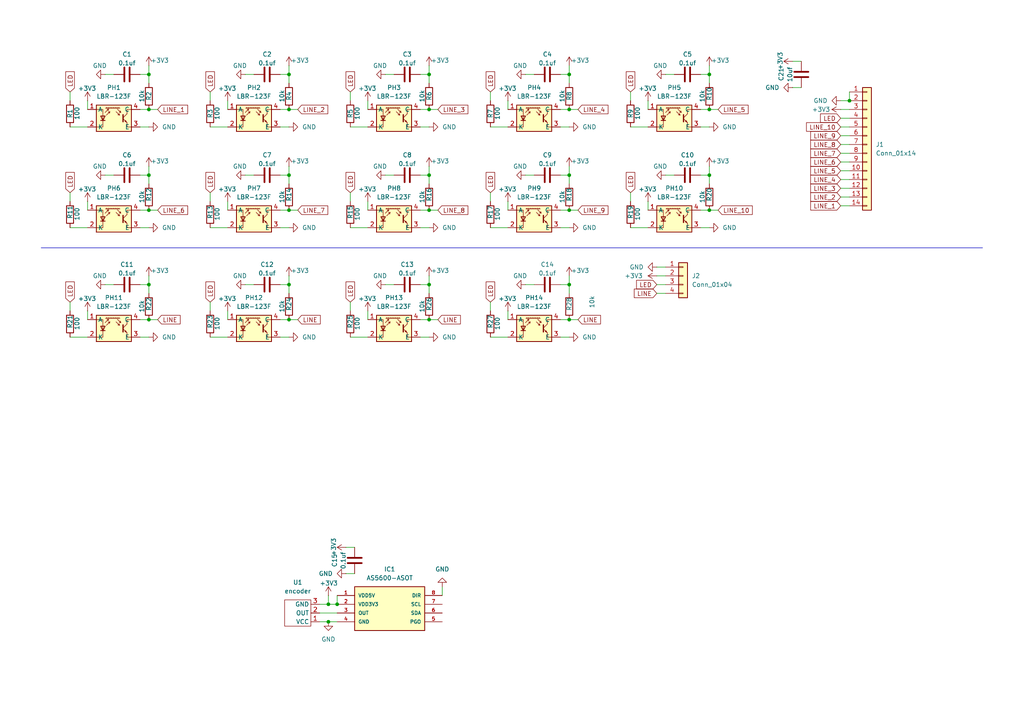
<source format=kicad_sch>
(kicad_sch (version 20231120) (generator "eeschema") (generator_version "8.0")
  (paper "A4")
  (junction (at 43.18 31.75))
  (junction (at 43.18 92.71))
  (junction (at 165.1 21.59))
  (junction (at 43.18 21.59))
  (junction (at 43.18 60.96))
  (junction (at 124.46 50.8))
  (junction (at 205.74 50.8))
  (junction (at 165.1 50.8))
  (junction (at 97.79 175.26))
  (junction (at 205.74 21.59))
  (junction (at 124.46 92.71))
  (junction (at 124.46 31.75))
  (junction (at 124.46 82.55))
  (junction (at 124.46 21.59))
  (junction (at 83.82 82.55))
  (junction (at 205.74 31.75))
  (junction (at 83.82 31.75))
  (junction (at 43.18 50.8))
  (junction (at 165.1 82.55))
  (junction (at 83.82 92.71))
  (junction (at 165.1 31.75))
  (junction (at 95.25 175.26))
  (junction (at 124.46 60.96))
  (junction (at 83.82 21.59))
  (junction (at 83.82 50.8))
  (junction (at 246.38 29.21))
  (junction (at 205.74 60.96))
  (junction (at 83.82 60.96))
  (junction (at 165.1 60.96))
  (junction (at 43.18 82.55))
  (junction (at 165.1 92.71))
  (junction (at 95.25 180.34))
  (wire (pts (xy 43.18 48.26) (xy 43.18 50.8)))
  (wire (pts (xy 106.68 58.42) (xy 106.68 60.96)))
  (wire (pts (xy 83.82 19.05) (xy 83.82 21.59)))
  (wire (pts (xy 165.1 21.59) (xy 165.1 24.13)))
  (wire (pts (xy 190.5 82.55) (xy 193.04 82.55)))
  (wire (pts (xy 40.64 36.83) (xy 43.18 36.83)))
  (wire (pts (xy 162.56 92.71) (xy 165.1 92.71)))
  (wire (pts (xy 101.6 55.88) (xy 101.6 58.42)))
  (wire (pts (xy 20.32 36.83) (xy 25.4 36.83)))
  (wire (pts (xy 66.04 58.42) (xy 66.04 60.96)))
  (wire (pts (xy 203.2 21.59) (xy 205.74 21.59)))
  (wire (pts (xy 40.64 92.71) (xy 43.18 92.71)))
  (wire (pts (xy 190.5 77.47) (xy 193.04 77.47)))
  (wire (pts (xy 81.28 21.59) (xy 83.82 21.59)))
  (wire (pts (xy 25.4 29.21) (xy 25.4 31.75)))
  (wire (pts (xy 121.92 66.04) (xy 124.46 66.04)))
  (wire (pts (xy 40.64 31.75) (xy 43.18 31.75)))
  (wire (pts (xy 121.92 60.96) (xy 124.46 60.96)))
  (wire (pts (xy 165.1 60.96) (xy 167.64 60.96)))
  (wire (pts (xy 60.96 26.67) (xy 60.96 29.21)))
  (wire (pts (xy 203.2 36.83) (xy 205.74 36.83)))
  (wire (pts (xy 20.32 97.79) (xy 25.4 97.79)))
  (wire (pts (xy 40.64 97.79) (xy 43.18 97.79)))
  (wire (pts (xy 81.28 92.71) (xy 83.82 92.71)))
  (wire (pts (xy 30.48 21.59) (xy 33.02 21.59)))
  (wire (pts (xy 106.68 90.17) (xy 106.68 92.71)))
  (wire (pts (xy 106.68 29.21) (xy 106.68 31.75)))
  (wire (pts (xy 20.32 26.67) (xy 20.32 29.21)))
  (wire (pts (xy 162.56 82.55) (xy 165.1 82.55)))
  (wire (pts (xy 83.82 80.01) (xy 83.82 82.55)))
  (wire (pts (xy 92.71 175.26) (xy 95.25 175.26)))
  (wire (pts (xy 246.38 26.67) (xy 246.38 29.21)))
  (wire (pts (xy 124.46 60.96) (xy 127 60.96)))
  (polyline (pts (xy 11.938 71.882) (xy 284.988 71.882)))
  (wire (pts (xy 147.32 58.42) (xy 147.32 60.96)))
  (wire (pts (xy 142.24 26.67) (xy 142.24 29.21)))
  (wire (pts (xy 124.46 31.75) (xy 127 31.75)))
  (wire (pts (xy 101.6 87.63) (xy 101.6 90.17)))
  (wire (pts (xy 165.1 19.05) (xy 165.1 21.59)))
  (wire (pts (xy 43.18 60.96) (xy 45.72 60.96)))
  (wire (pts (xy 95.25 175.26) (xy 97.79 175.26)))
  (wire (pts (xy 121.92 36.83) (xy 124.46 36.83)))
  (wire (pts (xy 165.1 50.8) (xy 165.1 53.34)))
  (wire (pts (xy 243.84 36.83) (xy 246.38 36.83)))
  (wire (pts (xy 60.96 66.04) (xy 66.04 66.04)))
  (wire (pts (xy 165.1 80.01) (xy 165.1 82.55)))
  (wire (pts (xy 162.56 97.79) (xy 165.1 97.79)))
  (wire (pts (xy 229.87 17.78) (xy 232.41 17.78)))
  (wire (pts (xy 71.12 82.55) (xy 73.66 82.55)))
  (wire (pts (xy 43.18 21.59) (xy 43.18 24.13)))
  (wire (pts (xy 20.32 55.88) (xy 20.32 58.42)))
  (wire (pts (xy 30.48 82.55) (xy 33.02 82.55)))
  (wire (pts (xy 40.64 60.96) (xy 43.18 60.96)))
  (wire (pts (xy 147.32 29.21) (xy 147.32 31.75)))
  (wire (pts (xy 121.92 82.55) (xy 124.46 82.55)))
  (wire (pts (xy 182.88 36.83) (xy 187.96 36.83)))
  (wire (pts (xy 83.82 48.26) (xy 83.82 50.8)))
  (wire (pts (xy 243.84 49.53) (xy 246.38 49.53)))
  (wire (pts (xy 165.1 92.71) (xy 167.64 92.71)))
  (wire (pts (xy 71.12 21.59) (xy 73.66 21.59)))
  (wire (pts (xy 83.82 50.8) (xy 83.82 53.34)))
  (wire (pts (xy 20.32 66.04) (xy 25.4 66.04)))
  (wire (pts (xy 83.82 82.55) (xy 83.82 85.09)))
  (wire (pts (xy 128.27 170.18) (xy 128.27 172.72)))
  (wire (pts (xy 205.74 60.96) (xy 208.28 60.96)))
  (wire (pts (xy 81.28 36.83) (xy 83.82 36.83)))
  (wire (pts (xy 187.96 29.21) (xy 187.96 31.75)))
  (wire (pts (xy 147.32 90.17) (xy 147.32 92.71)))
  (wire (pts (xy 243.84 39.37) (xy 246.38 39.37)))
  (wire (pts (xy 60.96 87.63) (xy 60.96 90.17)))
  (wire (pts (xy 124.46 80.01) (xy 124.46 82.55)))
  (wire (pts (xy 83.82 31.75) (xy 86.36 31.75)))
  (wire (pts (xy 124.46 82.55) (xy 124.46 85.09)))
  (wire (pts (xy 182.88 26.67) (xy 182.88 29.21)))
  (wire (pts (xy 162.56 36.83) (xy 165.1 36.83)))
  (wire (pts (xy 121.92 31.75) (xy 124.46 31.75)))
  (wire (pts (xy 20.32 87.63) (xy 20.32 90.17)))
  (wire (pts (xy 243.84 31.75) (xy 246.38 31.75)))
  (wire (pts (xy 66.04 29.21) (xy 66.04 31.75)))
  (wire (pts (xy 95.25 172.72) (xy 95.25 175.26)))
  (wire (pts (xy 124.46 48.26) (xy 124.46 50.8)))
  (wire (pts (xy 111.76 82.55) (xy 114.3 82.55)))
  (wire (pts (xy 142.24 97.79) (xy 147.32 97.79)))
  (wire (pts (xy 43.18 82.55) (xy 43.18 85.09)))
  (wire (pts (xy 124.46 19.05) (xy 124.46 21.59)))
  (wire (pts (xy 205.74 21.59) (xy 205.74 24.13)))
  (wire (pts (xy 81.28 60.96) (xy 83.82 60.96)))
  (wire (pts (xy 243.84 44.45) (xy 246.38 44.45)))
  (wire (pts (xy 40.64 82.55) (xy 43.18 82.55)))
  (wire (pts (xy 30.48 50.8) (xy 33.02 50.8)))
  (wire (pts (xy 182.88 55.88) (xy 182.88 58.42)))
  (wire (pts (xy 83.82 60.96) (xy 86.36 60.96)))
  (wire (pts (xy 243.84 41.91) (xy 246.38 41.91)))
  (wire (pts (xy 203.2 66.04) (xy 205.74 66.04)))
  (wire (pts (xy 203.2 50.8) (xy 205.74 50.8)))
  (wire (pts (xy 124.46 21.59) (xy 124.46 24.13)))
  (wire (pts (xy 243.84 54.61) (xy 246.38 54.61)))
  (wire (pts (xy 111.76 50.8) (xy 114.3 50.8)))
  (wire (pts (xy 81.28 50.8) (xy 83.82 50.8)))
  (wire (pts (xy 40.64 21.59) (xy 43.18 21.59)))
  (wire (pts (xy 40.64 66.04) (xy 43.18 66.04)))
  (wire (pts (xy 92.71 177.8) (xy 97.79 177.8)))
  (wire (pts (xy 100.33 166.37) (xy 102.87 166.37)))
  (wire (pts (xy 162.56 66.04) (xy 165.1 66.04)))
  (wire (pts (xy 165.1 31.75) (xy 167.64 31.75)))
  (wire (pts (xy 124.46 92.71) (xy 127 92.71)))
  (wire (pts (xy 71.12 50.8) (xy 73.66 50.8)))
  (wire (pts (xy 162.56 50.8) (xy 165.1 50.8)))
  (wire (pts (xy 121.92 21.59) (xy 124.46 21.59)))
  (wire (pts (xy 243.84 34.29) (xy 246.38 34.29)))
  (wire (pts (xy 162.56 21.59) (xy 165.1 21.59)))
  (wire (pts (xy 100.33 158.75) (xy 102.87 158.75)))
  (wire (pts (xy 182.88 66.04) (xy 187.96 66.04)))
  (wire (pts (xy 243.84 59.69) (xy 246.38 59.69)))
  (wire (pts (xy 121.92 97.79) (xy 124.46 97.79)))
  (wire (pts (xy 165.1 48.26) (xy 165.1 50.8)))
  (wire (pts (xy 25.4 90.17) (xy 25.4 92.71)))
  (wire (pts (xy 25.4 58.42) (xy 25.4 60.96)))
  (wire (pts (xy 97.79 172.72) (xy 97.79 175.26)))
  (wire (pts (xy 243.84 29.21) (xy 246.38 29.21)))
  (wire (pts (xy 205.74 31.75) (xy 208.28 31.75)))
  (wire (pts (xy 203.2 31.75) (xy 205.74 31.75)))
  (wire (pts (xy 152.4 50.8) (xy 154.94 50.8)))
  (wire (pts (xy 66.04 90.17) (xy 66.04 92.71)))
  (wire (pts (xy 142.24 87.63) (xy 142.24 90.17)))
  (wire (pts (xy 43.18 31.75) (xy 45.72 31.75)))
  (wire (pts (xy 162.56 60.96) (xy 165.1 60.96)))
  (wire (pts (xy 81.28 31.75) (xy 83.82 31.75)))
  (wire (pts (xy 101.6 97.79) (xy 106.68 97.79)))
  (wire (pts (xy 43.18 80.01) (xy 43.18 82.55)))
  (wire (pts (xy 152.4 82.55) (xy 154.94 82.55)))
  (wire (pts (xy 243.84 57.15) (xy 246.38 57.15)))
  (wire (pts (xy 190.5 80.01) (xy 193.04 80.01)))
  (wire (pts (xy 81.28 66.04) (xy 83.82 66.04)))
  (wire (pts (xy 60.96 97.79) (xy 66.04 97.79)))
  (wire (pts (xy 43.18 92.71) (xy 45.72 92.71)))
  (wire (pts (xy 43.18 19.05) (xy 43.18 21.59)))
  (wire (pts (xy 152.4 21.59) (xy 154.94 21.59)))
  (wire (pts (xy 142.24 55.88) (xy 142.24 58.42)))
  (wire (pts (xy 60.96 55.88) (xy 60.96 58.42)))
  (wire (pts (xy 83.82 21.59) (xy 83.82 24.13)))
  (wire (pts (xy 205.74 19.05) (xy 205.74 21.59)))
  (wire (pts (xy 101.6 66.04) (xy 106.68 66.04)))
  (wire (pts (xy 92.71 180.34) (xy 95.25 180.34)))
  (wire (pts (xy 190.5 85.09) (xy 193.04 85.09)))
  (wire (pts (xy 193.04 21.59) (xy 195.58 21.59)))
  (wire (pts (xy 203.2 60.96) (xy 205.74 60.96)))
  (wire (pts (xy 165.1 82.55) (xy 165.1 85.09)))
  (wire (pts (xy 205.74 48.26) (xy 205.74 50.8)))
  (wire (pts (xy 243.84 46.99) (xy 246.38 46.99)))
  (wire (pts (xy 142.24 66.04) (xy 147.32 66.04)))
  (wire (pts (xy 121.92 92.71) (xy 124.46 92.71)))
  (wire (pts (xy 243.84 52.07) (xy 246.38 52.07)))
  (wire (pts (xy 60.96 36.83) (xy 66.04 36.83)))
  (wire (pts (xy 83.82 92.71) (xy 86.36 92.71)))
  (wire (pts (xy 95.25 180.34) (xy 97.79 180.34)))
  (wire (pts (xy 205.74 50.8) (xy 205.74 53.34)))
  (wire (pts (xy 111.76 21.59) (xy 114.3 21.59)))
  (wire (pts (xy 187.96 58.42) (xy 187.96 60.96)))
  (wire (pts (xy 40.64 50.8) (xy 43.18 50.8)))
  (wire (pts (xy 43.18 50.8) (xy 43.18 53.34)))
  (wire (pts (xy 101.6 36.83) (xy 106.68 36.83)))
  (wire (pts (xy 193.04 50.8) (xy 195.58 50.8)))
  (wire (pts (xy 124.46 50.8) (xy 124.46 53.34)))
  (wire (pts (xy 142.24 36.83) (xy 147.32 36.83)))
  (wire (pts (xy 81.28 82.55) (xy 83.82 82.55)))
  (wire (pts (xy 101.6 26.67) (xy 101.6 29.21)))
  (wire (pts (xy 229.87 25.4) (xy 232.41 25.4)))
  (wire (pts (xy 121.92 50.8) (xy 124.46 50.8)))
  (wire (pts (xy 162.56 31.75) (xy 165.1 31.75)))
  (wire (pts (xy 81.28 97.79) (xy 83.82 97.79)))
  (global_label "LED" (shape input) (at 142.24 55.88 90) (property "Intersheetrefs" "${INTERSHEET_REFS}" (effects (hide yes))))
  (global_label "LED" (shape input) (at 60.96 87.63 90) (property "Intersheetrefs" "${INTERSHEET_REFS}" (effects (hide yes))))
  (global_label "LED" (shape input) (at 60.96 55.88 90) (property "Intersheetrefs" "${INTERSHEET_REFS}" (effects (hide yes))))
  (global_label "LED" (shape input) (at 60.96 26.67 90) (property "Intersheetrefs" "${INTERSHEET_REFS}" (effects (hide yes))))
  (global_label "LINE_8" (shape input) (at 127 60.96 0) (property "Intersheetrefs" "${INTERSHEET_REFS}" (effects (hide yes))))
  (global_label "LED" (shape input) (at 101.6 26.67 90) (property "Intersheetrefs" "${INTERSHEET_REFS}" (effects (hide yes))))
  (global_label "LINE_4" (shape input) (at 243.84 52.07 180) (property "Intersheetrefs" "${INTERSHEET_REFS}" (effects (hide yes))))
  (global_label "LED" (shape input) (at 182.88 26.67 90) (property "Intersheetrefs" "${INTERSHEET_REFS}" (effects (hide yes))))
  (global_label "LINE" (shape input) (at 86.36 92.71 0) (property "Intersheetrefs" "${INTERSHEET_REFS}" (effects (hide yes))))
  (global_label "LINE_2" (shape input) (at 86.36 31.75 0) (property "Intersheetrefs" "${INTERSHEET_REFS}" (effects (hide yes))))
  (global_label "LED" (shape input) (at 190.5 82.55 180) (property "Intersheetrefs" "${INTERSHEET_REFS}" (effects (hide yes))))
  (global_label "LINE_5" (shape input) (at 243.84 49.53 180) (property "Intersheetrefs" "${INTERSHEET_REFS}" (effects (hide yes))))
  (global_label "LED" (shape input) (at 20.32 87.63 90) (property "Intersheetrefs" "${INTERSHEET_REFS}" (effects (hide yes))))
  (global_label "LINE_1" (shape input) (at 243.84 59.69 180) (property "Intersheetrefs" "${INTERSHEET_REFS}" (effects (hide yes))))
  (global_label "LED" (shape input) (at 20.32 26.67 90) (property "Intersheetrefs" "${INTERSHEET_REFS}" (effects (hide yes))))
  (global_label "LED" (shape input) (at 142.24 87.63 90) (property "Intersheetrefs" "${INTERSHEET_REFS}" (effects (hide yes))))
  (global_label "LINE_10" (shape input) (at 208.28 60.96 0) (property "Intersheetrefs" "${INTERSHEET_REFS}" (effects (hide yes))))
  (global_label "LINE_7" (shape input) (at 86.36 60.96 0) (property "Intersheetrefs" "${INTERSHEET_REFS}" (effects (hide yes))))
  (global_label "LINE_3" (shape input) (at 127 31.75 0) (property "Intersheetrefs" "${INTERSHEET_REFS}" (effects (hide yes))))
  (global_label "LED" (shape input) (at 101.6 55.88 90) (property "Intersheetrefs" "${INTERSHEET_REFS}" (effects (hide yes))))
  (global_label "LINE_5" (shape input) (at 208.28 31.75 0) (property "Intersheetrefs" "${INTERSHEET_REFS}" (effects (hide yes))))
  (global_label "LINE_10" (shape input) (at 243.84 36.83 180) (property "Intersheetrefs" "${INTERSHEET_REFS}" (effects (hide yes))))
  (global_label "LINE" (shape input) (at 167.64 92.71 0) (property "Intersheetrefs" "${INTERSHEET_REFS}" (effects (hide yes))))
  (global_label "LED" (shape input) (at 20.32 55.88 90) (property "Intersheetrefs" "${INTERSHEET_REFS}" (effects (hide yes))))
  (global_label "LINE" (shape input) (at 45.72 92.71 0) (property "Intersheetrefs" "${INTERSHEET_REFS}" (effects (hide yes))))
  (global_label "LINE_2" (shape input) (at 243.84 57.15 180) (property "Intersheetrefs" "${INTERSHEET_REFS}" (effects (hide yes))))
  (global_label "LED" (shape input) (at 182.88 55.88 90) (property "Intersheetrefs" "${INTERSHEET_REFS}" (effects (hide yes))))
  (global_label "LED" (shape input) (at 142.24 26.67 90) (property "Intersheetrefs" "${INTERSHEET_REFS}" (effects (hide yes))))
  (global_label "LINE" (shape input) (at 127 92.71 0) (property "Intersheetrefs" "${INTERSHEET_REFS}" (effects (hide yes))))
  (global_label "LED" (shape input) (at 101.6 87.63 90) (property "Intersheetrefs" "${INTERSHEET_REFS}" (effects (hide yes))))
  (global_label "LINE_8" (shape input) (at 243.84 41.91 180) (property "Intersheetrefs" "${INTERSHEET_REFS}" (effects (hide yes))))
  (global_label "LINE_4" (shape input) (at 167.64 31.75 0) (property "Intersheetrefs" "${INTERSHEET_REFS}" (effects (hide yes))))
  (global_label "LINE_9" (shape input) (at 167.64 60.96 0) (property "Intersheetrefs" "${INTERSHEET_REFS}" (effects (hide yes))))
  (global_label "LINE_6" (shape input) (at 243.84 46.99 180) (property "Intersheetrefs" "${INTERSHEET_REFS}" (effects (hide yes))))
  (global_label "LINE_6" (shape input) (at 45.72 60.96 0) (property "Intersheetrefs" "${INTERSHEET_REFS}" (effects (hide yes))))
  (global_label "LINE_3" (shape input) (at 243.84 54.61 180) (property "Intersheetrefs" "${INTERSHEET_REFS}" (effects (hide yes))))
  (global_label "LED" (shape input) (at 243.84 34.29 180) (property "Intersheetrefs" "${INTERSHEET_REFS}" (effects (hide yes))))
  (global_label "LINE_1" (shape input) (at 45.72 31.75 0) (property "Intersheetrefs" "${INTERSHEET_REFS}" (effects (hide yes))))
  (global_label "LINE_7" (shape input) (at 243.84 44.45 180) (property "Intersheetrefs" "${INTERSHEET_REFS}" (effects (hide yes))))
  (global_label "LINE_9" (shape input) (at 243.84 39.37 180) (property "Intersheetrefs" "${INTERSHEET_REFS}" (effects (hide yes))))
  (global_label "LINE" (shape input) (at 190.5 85.09 180) (property "Intersheetrefs" "${INTERSHEET_REFS}" (effects (hide yes))))
  (symbol (lib_id "Device:C") (at 77.47 50.8 270) (unit 1)
    (property "Reference" "C7" (at 77.47 44.958 90))
    (property "Value" "0.1uf" (at 77.47 47.498 90))
    (property "Footprint" "Capacitor_SMD:C_0603_1608Metric" (effects (hide yes)))
    (property "Description" "Unpolarized capacitor" (effects (hide yes)))
  )
  (symbol (lib_id "power:+3V3") (at 165.1 48.26 0) (unit 1)
    (property "Reference" "#PWR037" (effects (hide yes)))
    (property "Value" "+3V3" (at 165.608 46.736 0) (effects (justify left)))
    (property "Description" "Power symbol creates a global label with name \"+3V3\"" (effects (hide yes)))
  )
  (symbol (lib_id "MyLibrary:LBR-123F") (at 195.58 63.5 0) (unit 1)
    (property "Reference" "PH10" (at 195.58 54.61 0))
    (property "Value" "LBR-123F" (at 195.58 57.15 0))
    (property "Footprint" "photo:LBR-123F" (effects (hide yes)))
  )
  (symbol (lib_id "Device:R") (at 101.6 62.23 0) (unit 1)
    (property "Reference" "R15" (at 101.6 63.5 90) (effects (justify left)))
    (property "Value" "100" (at 103.632 64.008 90) (effects (justify left)))
    (property "Footprint" "Resistor_SMD:R_0603_1608Metric" (effects (hide yes)))
    (property "Description" "Resistor" (effects (hide yes)))
  )
  (symbol (lib_id "power:GND") (at 165.1 36.83 90) (unit 1)
    (property "Reference" "#PWR018" (effects (hide yes)))
    (property "Value" "GND" (at 168.91 36.8299 90) (effects (justify right)))
    (property "Description" "Power symbol creates a global label with name \"GND\" , ground" (effects (hide yes)))
  )
  (symbol (lib_id "Device:R") (at 83.82 27.94 0) (unit 1)
    (property "Reference" "R4" (at 83.82 29.21 90) (effects (justify left)))
    (property "Value" "10k" (at 81.788 29.718 90) (effects (justify left)))
    (property "Footprint" "Resistor_SMD:R_0603_1608Metric" (effects (hide yes)))
    (property "Description" "Resistor" (effects (hide yes)))
  )
  (symbol (lib_id "power:+3V3") (at 66.04 58.42 0) (unit 1)
    (property "Reference" "#PWR027" (effects (hide yes)))
    (property "Value" "+3V3" (at 63.246 54.864 0) (effects (justify left)))
    (property "Description" "Power symbol creates a global label with name \"+3V3\"" (effects (hide yes)))
  )
  (symbol (lib_id "Device:R") (at 182.88 62.23 0) (unit 1)
    (property "Reference" "R19" (at 182.88 63.5 90) (effects (justify left)))
    (property "Value" "100" (at 184.912 64.008 90) (effects (justify left)))
    (property "Footprint" "Resistor_SMD:R_0603_1608Metric" (effects (hide yes)))
    (property "Description" "Resistor" (effects (hide yes)))
  )
  (symbol (lib_id "power:GND") (at 124.46 66.04 90) (unit 1)
    (property "Reference" "#PWR034" (effects (hide yes)))
    (property "Value" "GND" (at 128.27 66.0399 90) (effects (justify right)))
    (property "Description" "Power symbol creates a global label with name \"GND\" , ground" (effects (hide yes)))
  )
  (symbol (lib_id "power:GND") (at 71.12 82.55 270) (unit 1)
    (property "Reference" "#PWR048" (effects (hide yes)))
    (property "Value" "GND" (at 71.628 80.01 90) (effects (justify right)))
    (property "Description" "Power symbol creates a global label with name \"GND\" , ground" (effects (hide yes)))
  )
  (symbol (lib_id "power:+3V3") (at 83.82 48.26 0) (unit 1)
    (property "Reference" "#PWR029" (effects (hide yes)))
    (property "Value" "+3V3" (at 84.328 46.736 0) (effects (justify left)))
    (property "Description" "Power symbol creates a global label with name \"+3V3\"" (effects (hide yes)))
  )
  (symbol (lib_id "New_Library:encoder") (at 88.9 177.8 180) (unit 1)
    (property "Reference" "U1" (at 86.36 168.91 0))
    (property "Value" "encoder" (at 86.36 171.45 0))
    (property "Footprint" "Library:encoder" (effects (hide yes)))
  )
  (symbol (lib_id "power:GND") (at 165.1 66.04 90) (unit 1)
    (property "Reference" "#PWR038" (effects (hide yes)))
    (property "Value" "GND" (at 168.91 66.0399 90) (effects (justify right)))
    (property "Description" "Power symbol creates a global label with name \"GND\" , ground" (effects (hide yes)))
  )
  (symbol (lib_id "power:+3V3") (at 165.1 80.01 0) (unit 1)
    (property "Reference" "#PWR057" (effects (hide yes)))
    (property "Value" "+3V3" (at 165.608 78.486 0) (effects (justify left)))
    (property "Description" "Power symbol creates a global label with name \"+3V3\"" (effects (hide yes)))
  )
  (symbol (lib_id "power:+3V3") (at 205.74 19.05 0) (unit 1)
    (property "Reference" "#PWR021" (effects (hide yes)))
    (property "Value" "+3V3" (at 206.248 17.526 0) (effects (justify left)))
    (property "Description" "Power symbol creates a global label with name \"+3V3\"" (effects (hide yes)))
  )
  (symbol (lib_id "Device:R") (at 124.46 88.9 0) (unit 1)
    (property "Reference" "R26" (at 124.46 90.17 90) (effects (justify left)))
    (property "Value" "10k" (at 122.428 90.678 90) (effects (justify left)))
    (property "Footprint" "Resistor_SMD:R_0603_1608Metric" (effects (hide yes)))
    (property "Description" "Resistor" (effects (hide yes)))
  )
  (symbol (lib_id "power:+3V3") (at 229.87 17.78 90) (unit 1)
    (property "Reference" "#PWR089" (effects (hide yes)))
    (property "Value" "+3V3" (at 226.314 20.32 0) (effects (justify left)))
    (property "Description" "Power symbol creates a global label with name \"+3V3\"" (effects (hide yes)))
  )
  (symbol (lib_id "power:+3V3") (at 106.68 90.17 0) (unit 1)
    (property "Reference" "#PWR051" (effects (hide yes)))
    (property "Value" "+3V3" (at 103.886 86.614 0) (effects (justify left)))
    (property "Description" "Power symbol creates a global label with name \"+3V3\"" (effects (hide yes)))
  )
  (symbol (lib_id "power:GND") (at 111.76 21.59 270) (unit 1)
    (property "Reference" "#PWR012" (effects (hide yes)))
    (property "Value" "GND" (at 112.268 19.05 90) (effects (justify right)))
    (property "Description" "Power symbol creates a global label with name \"GND\" , ground" (effects (hide yes)))
  )
  (symbol (lib_id "Device:R") (at 165.1 27.94 0) (unit 1)
    (property "Reference" "R8" (at 165.1 29.21 90) (effects (justify left)))
    (property "Value" "10k" (at 163.068 29.718 90) (effects (justify left)))
    (property "Footprint" "Resistor_SMD:R_0603_1608Metric" (effects (hide yes)))
    (property "Description" "Resistor" (effects (hide yes)))
  )
  (symbol (lib_id "Device:C") (at 158.75 50.8 270) (unit 1)
    (property "Reference" "C9" (at 158.75 44.958 90))
    (property "Value" "0.1uf" (at 158.75 47.498 90))
    (property "Footprint" "Capacitor_SMD:C_0603_1608Metric" (effects (hide yes)))
    (property "Description" "Unpolarized capacitor" (effects (hide yes)))
  )
  (symbol (lib_id "Device:R") (at 124.46 27.94 0) (unit 1)
    (property "Reference" "R6" (at 124.46 29.21 90) (effects (justify left)))
    (property "Value" "10k" (at 122.428 29.718 90) (effects (justify left)))
    (property "Footprint" "Resistor_SMD:R_0603_1608Metric" (effects (hide yes)))
    (property "Description" "Resistor" (effects (hide yes)))
  )
  (symbol (lib_id "Device:R") (at 83.82 88.9 0) (unit 1)
    (property "Reference" "R24" (at 83.82 90.17 90) (effects (justify left)))
    (property "Value" "10k" (at 81.788 90.678 90) (effects (justify left)))
    (property "Footprint" "Resistor_SMD:R_0603_1608Metric" (effects (hide yes)))
    (property "Description" "Resistor" (effects (hide yes)))
  )
  (symbol (lib_id "Device:R") (at 101.6 33.02 0) (unit 1)
    (property "Reference" "R5" (at 101.6 34.29 90) (effects (justify left)))
    (property "Value" "100" (at 103.632 34.798 90) (effects (justify left)))
    (property "Footprint" "Resistor_SMD:R_0603_1608Metric" (effects (hide yes)))
    (property "Description" "Resistor" (effects (hide yes)))
  )
  (symbol (lib_id "Device:R") (at 165.1 57.15 0) (unit 1)
    (property "Reference" "R18" (at 165.1 58.42 90) (effects (justify left)))
    (property "Value" "10k" (at 163.068 58.928 90) (effects (justify left)))
    (property "Footprint" "Resistor_SMD:R_0603_1608Metric" (effects (hide yes)))
    (property "Description" "Resistor" (effects (hide yes)))
  )
  (symbol (lib_id "AS5600-ASOT:AS5600-ASOT") (at 97.79 172.72 0) (unit 1)
    (property "Reference" "IC1" (at 113.03 165.1 0))
    (property "Value" "AS5600-ASOT" (at 113.03 167.64 0))
    (property "Footprint" "AS5600-ASOT:SOIC127P600X175-8N" (effects (hide yes)))
    (property "MANUFACTURER_NAME" "ams" (effects (hide yes)))
    (property "MF" "ams" (effects (hide yes)))
    (property "MOUSER_PRICE-STOCK" "https://www.mouser.co.uk/ProductDetail/ams/AS5600-ASOT?qs=KTMMzrZdriGJpjhsnAEYBA%3D%3D" (effects (hide yes)))
    (property "DESCRIPTION" "Board Mount Hall Effect / Magnetic Sensors AS5600 Magnetic Sensor 12-Bit" (effects (hide yes)))
    (property "MOUSER_PART_NUMBER" "985-AS5600-ASOT" (effects (hide yes)))
    (property "Price" "None" (effects (hide yes)))
    (property "Package" "SOIC-8 ams" (effects (hide yes)))
    (property "Check_prices" "https://www.snapeda.com/parts/AS5600-ASOT/ams/view-part/?ref=eda" (effects (hide yes)))
    (property "HEIGHT" "1.75mm" (effects (hide yes)))
    (property "MP" "AS5600-ASOT" (effects (hide yes)))
    (property "SnapEDA_Link" "https://www.snapeda.com/parts/AS5600-ASOT/ams/view-part/?ref=snap" (effects (hide yes)))
    (property "ARROW_PRICE-STOCK" "https://www.arrow.com/en/products/as5600-asot/ams-ag?region=nac" (effects (hide yes)))
    (property "ARROW_PART_NUMBER" "AS5600-ASOT" (effects (hide yes)))
    (property "Purchase-URL" "https://www.snapeda.com/api/url_track_click_mouser/?unipart_id=2474367&manufacturer=ams&part_name=AS5600-ASOT&search_term=as5600" (effects (hide yes)))
    (property "Description_1" "\nHall Effect Sensor Angle External Magnet, Not Included Gull Wing\n" (effects (hide yes)))
    (property "Availability" "In Stock" (effects (hide yes)))
    (property "MANUFACTURER_PART_NUMBER" "AS5600-ASOT" (effects (hide yes)))
  )
  (symbol (lib_id "Device:C") (at 36.83 50.8 270) (unit 1)
    (property "Reference" "C6" (at 36.83 44.958 90))
    (property "Value" "0.1uf" (at 36.83 47.498 90))
    (property "Footprint" "Capacitor_SMD:C_0603_1608Metric" (effects (hide yes)))
    (property "Description" "Unpolarized capacitor" (effects (hide yes)))
  )
  (symbol (lib_id "power:+3V3") (at 147.32 90.17 0) (unit 1)
    (property "Reference" "#PWR055" (effects (hide yes)))
    (property "Value" "+3V3" (at 144.526 86.614 0) (effects (justify left)))
    (property "Description" "Power symbol creates a global label with name \"+3V3\"" (effects (hide yes)))
  )
  (symbol (lib_id "Device:C") (at 36.83 82.55 270) (unit 1)
    (property "Reference" "C11" (at 36.83 76.708 90))
    (property "Value" "0.1uf" (at 36.83 79.248 90))
    (property "Footprint" "Capacitor_SMD:C_0603_1608Metric" (effects (hide yes)))
    (property "Description" "Unpolarized capacitor" (effects (hide yes)))
  )
  (symbol (lib_id "power:GND") (at 83.82 36.83 90) (unit 1)
    (property "Reference" "#PWR08" (effects (hide yes)))
    (property "Value" "GND" (at 87.63 36.8299 90) (effects (justify right)))
    (property "Description" "Power symbol creates a global label with name \"GND\" , ground" (effects (hide yes)))
  )
  (symbol (lib_id "power:+3V3") (at 43.18 80.01 0) (unit 1)
    (property "Reference" "#PWR045" (effects (hide yes)))
    (property "Value" "+3V3" (at 43.688 78.486 0) (effects (justify left)))
    (property "Description" "Power symbol creates a global label with name \"+3V3\"" (effects (hide yes)))
  )
  (symbol (lib_id "Connector_Generic:Conn_01x14") (at 251.46 41.91 0) (unit 1)
    (property "Reference" "J1" (at 254 41.9099 0) (effects (justify left)))
    (property "Value" "Conn_01x14" (at 254 44.4499 0) (effects (justify left)))
    (property "Footprint" "Connector_FFC-FPC:Hirose_FH12-14S-0.5SH_1x14-1MP_P0.50mm_Horizontal" (effects (hide yes)))
    (property "Description" "Generic connector, single row, 01x14, script generated (kicad-library-utils/schlib/autogen/connector/)" (effects (hide yes)))
  )
  (symbol (lib_id "power:+3V3") (at 43.18 48.26 0) (unit 1)
    (property "Reference" "#PWR025" (effects (hide yes)))
    (property "Value" "+3V3" (at 43.688 46.736 0) (effects (justify left)))
    (property "Description" "Power symbol creates a global label with name \"+3V3\"" (effects (hide yes)))
  )
  (symbol (lib_id "power:GND") (at 43.18 97.79 90) (unit 1)
    (property "Reference" "#PWR046" (effects (hide yes)))
    (property "Value" "GND" (at 46.99 97.7899 90) (effects (justify right)))
    (property "Description" "Power symbol creates a global label with name \"GND\" , ground" (effects (hide yes)))
  )
  (symbol (lib_id "power:+3V3") (at 83.82 80.01 0) (unit 1)
    (property "Reference" "#PWR049" (effects (hide yes)))
    (property "Value" "+3V3" (at 84.328 78.486 0) (effects (justify left)))
    (property "Description" "Power symbol creates a global label with name \"+3V3\"" (effects (hide yes)))
  )
  (symbol (lib_id "power:+3V3") (at 243.84 31.75 90) (unit 1)
    (property "Reference" "#PWR09" (effects (hide yes)))
    (property "Value" "+3V3" (at 240.792 31.75 90) (effects (justify left)))
    (property "Description" "Power symbol creates a global label with name \"+3V3\"" (effects (hide yes)))
  )
  (symbol (lib_id "MyLibrary:LBR-123F") (at 114.3 95.25 0) (unit 1)
    (property "Reference" "PH13" (at 114.3 86.36 0))
    (property "Value" "LBR-123F" (at 114.3 88.9 0))
    (property "Footprint" "photo:LBR-123F" (effects (hide yes)))
  )
  (symbol (lib_id "power:GND") (at 71.12 21.59 270) (unit 1)
    (property "Reference" "#PWR06" (effects (hide yes)))
    (property "Value" "GND" (at 71.628 19.05 90) (effects (justify right)))
    (property "Description" "Power symbol creates a global label with name \"GND\" , ground" (effects (hide yes)))
  )
  (symbol (lib_id "MyLibrary:LBR-123F") (at 73.66 63.5 0) (unit 1)
    (property "Reference" "PH7" (at 73.66 54.61 0))
    (property "Value" "LBR-123F" (at 73.66 57.15 0))
    (property "Footprint" "photo:LBR-123F" (effects (hide yes)))
  )
  (symbol (lib_id "Device:R") (at 142.24 33.02 0) (unit 1)
    (property "Reference" "R7" (at 142.24 34.29 90) (effects (justify left)))
    (property "Value" "100" (at 144.272 34.798 90) (effects (justify left)))
    (property "Footprint" "Resistor_SMD:R_0603_1608Metric" (effects (hide yes)))
    (property "Description" "Resistor" (effects (hide yes)))
  )
  (symbol (lib_id "Device:C") (at 199.39 50.8 270) (unit 1)
    (property "Reference" "C10" (at 199.39 44.958 90))
    (property "Value" "0.1uf" (at 199.39 47.498 90))
    (property "Footprint" "Capacitor_SMD:C_0603_1608Metric" (effects (hide yes)))
    (property "Description" "Unpolarized capacitor" (effects (hide yes)))
  )
  (symbol (lib_id "power:+3V3") (at 124.46 48.26 0) (unit 1)
    (property "Reference" "#PWR033" (effects (hide yes)))
    (property "Value" "+3V3" (at 124.968 46.736 0) (effects (justify left)))
    (property "Description" "Power symbol creates a global label with name \"+3V3\"" (effects (hide yes)))
  )
  (symbol (lib_id "Device:R") (at 20.32 62.23 0) (unit 1)
    (property "Reference" "R11" (at 20.32 63.5 90) (effects (justify left)))
    (property "Value" "100" (at 22.352 64.008 90) (effects (justify left)))
    (property "Footprint" "Resistor_SMD:R_0603_1608Metric" (effects (hide yes)))
    (property "Description" "Resistor" (effects (hide yes)))
  )
  (symbol (lib_id "MyLibrary:LBR-123F") (at 154.94 63.5 0) (unit 1)
    (property "Reference" "PH9" (at 154.94 54.61 0))
    (property "Value" "LBR-123F" (at 154.94 57.15 0))
    (property "Footprint" "photo:LBR-123F" (effects (hide yes)))
  )
  (symbol (lib_id "power:GND") (at 124.46 97.79 90) (unit 1)
    (property "Reference" "#PWR054" (effects (hide yes)))
    (property "Value" "GND" (at 128.27 97.7899 90) (effects (justify right)))
    (property "Description" "Power symbol creates a global label with name \"GND\" , ground" (effects (hide yes)))
  )
  (symbol (lib_id "MyLibrary:LBR-123F") (at 73.66 34.29 0) (unit 1)
    (property "Reference" "PH2" (at 73.66 25.4 0))
    (property "Value" "LBR-123F" (at 73.66 27.94 0))
    (property "Footprint" "photo:LBR-123F" (effects (hide yes)))
  )
  (symbol (lib_id "Device:C") (at 199.39 21.59 270) (unit 1)
    (property "Reference" "C5" (at 199.39 15.748 90))
    (property "Value" "0.1uf" (at 199.39 18.288 90))
    (property "Footprint" "Capacitor_SMD:C_0603_1608Metric" (effects (hide yes)))
    (property "Description" "Unpolarized capacitor" (effects (hide yes)))
  )
  (symbol (lib_id "Device:R") (at 43.18 88.9 0) (unit 1)
    (property "Reference" "R22" (at 43.18 90.17 90) (effects (justify left)))
    (property "Value" "10k" (at 41.148 90.678 90) (effects (justify left)))
    (property "Footprint" "Resistor_SMD:R_0603_1608Metric" (effects (hide yes)))
    (property "Description" "Resistor" (effects (hide yes)))
  )
  (symbol (lib_id "power:+3V3") (at 66.04 29.21 0) (unit 1)
    (property "Reference" "#PWR05" (effects (hide yes)))
    (property "Value" "+3V3" (at 63.246 25.654 0) (effects (justify left)))
    (property "Description" "Power symbol creates a global label with name \"+3V3\"" (effects (hide yes)))
  )
  (symbol (lib_id "power:GND") (at 243.84 29.21 270) (unit 1)
    (property "Reference" "#PWR010" (effects (hide yes)))
    (property "Value" "GND" (at 240.03 29.2099 90) (effects (justify right)))
    (property "Description" "Power symbol creates a global label with name \"GND\" , ground" (effects (hide yes)))
  )
  (symbol (lib_id "power:+3V3") (at 106.68 29.21 0) (unit 1)
    (property "Reference" "#PWR011" (effects (hide yes)))
    (property "Value" "+3V3" (at 103.886 25.654 0) (effects (justify left)))
    (property "Description" "Power symbol creates a global label with name \"+3V3\"" (effects (hide yes)))
  )
  (symbol (lib_id "power:+3V3") (at 66.04 90.17 0) (unit 1)
    (property "Reference" "#PWR047" (effects (hide yes)))
    (property "Value" "+3V3" (at 63.246 86.614 0) (effects (justify left)))
    (property "Description" "Power symbol creates a global label with name \"+3V3\"" (effects (hide yes)))
  )
  (symbol (lib_id "power:GND") (at 152.4 82.55 270) (unit 1)
    (property "Reference" "#PWR056" (effects (hide yes)))
    (property "Value" "GND" (at 152.908 80.01 90) (effects (justify right)))
    (property "Description" "Power symbol creates a global label with name \"GND\" , ground" (effects (hide yes)))
  )
  (symbol (lib_id "Device:R") (at 60.96 33.02 0) (unit 1)
    (property "Reference" "R3" (at 60.96 34.29 90) (effects (justify left)))
    (property "Value" "100" (at 62.992 34.798 90) (effects (justify left)))
    (property "Footprint" "Resistor_SMD:R_0603_1608Metric" (effects (hide yes)))
    (property "Description" "Resistor" (effects (hide yes)))
  )
  (symbol (lib_id "power:+3V3") (at 100.33 158.75 90) (unit 1)
    (property "Reference" "#PWR082" (effects (hide yes)))
    (property "Value" "+3V3" (at 96.774 161.29 0) (effects (justify left)))
    (property "Description" "Power symbol creates a global label with name \"+3V3\"" (effects (hide yes)))
  )
  (symbol (lib_id "Device:R") (at 60.96 62.23 0) (unit 1)
    (property "Reference" "R13" (at 60.96 63.5 90) (effects (justify left)))
    (property "Value" "100" (at 62.992 64.008 90) (effects (justify left)))
    (property "Footprint" "Resistor_SMD:R_0603_1608Metric" (effects (hide yes)))
    (property "Description" "Resistor" (effects (hide yes)))
  )
  (symbol (lib_id "power:+3V3") (at 190.5 80.01 90) (unit 1)
    (property "Reference" "#PWR060" (effects (hide yes)))
    (property "Value" "+3V3" (at 186.436 80.01 90) (effects (justify left)))
    (property "Description" "Power symbol creates a global label with name \"+3V3\"" (effects (hide yes)))
  )
  (symbol (lib_id "power:GND") (at 30.48 50.8 270) (unit 1)
    (property "Reference" "#PWR024" (effects (hide yes)))
    (property "Value" "GND" (at 30.988 48.26 90) (effects (justify right)))
    (property "Description" "Power symbol creates a global label with name \"GND\" , ground" (effects (hide yes)))
  )
  (symbol (lib_id "Device:C") (at 102.87 162.56 0) (unit 1)
    (property "Reference" "C15" (at 97.028 162.56 90))
    (property "Value" "0.1uf" (at 99.568 162.56 90))
    (property "Footprint" "Capacitor_SMD:C_0603_1608Metric" (effects (hide yes)))
    (property "Description" "Unpolarized capacitor" (effects (hide yes)))
  )
  (symbol (lib_id "Device:R") (at 60.96 93.98 0) (unit 1)
    (property "Reference" "R23" (at 60.96 95.25 90) (effects (justify left)))
    (property "Value" "100" (at 62.992 95.758 90) (effects (justify left)))
    (property "Footprint" "Resistor_SMD:R_0603_1608Metric" (effects (hide yes)))
    (property "Description" "Resistor" (effects (hide yes)))
  )
  (symbol (lib_id "power:GND") (at 165.1 97.79 90) (unit 1)
    (property "Reference" "#PWR058" (effects (hide yes)))
    (property "Value" "GND" (at 168.91 97.7899 90) (effects (justify right)))
    (property "Description" "Power symbol creates a global label with name \"GND\" , ground" (effects (hide yes)))
  )
  (symbol (lib_id "MyLibrary:LBR-123F") (at 73.66 95.25 0) (unit 1)
    (property "Reference" "PH12" (at 73.66 86.36 0))
    (property "Value" "LBR-123F" (at 73.66 88.9 0))
    (property "Footprint" "photo:LBR-123F" (effects (hide yes)))
  )
  (symbol (lib_id "Device:R") (at 43.18 57.15 0) (unit 1)
    (property "Reference" "R12" (at 43.18 58.42 90) (effects (justify left)))
    (property "Value" "10k" (at 41.148 58.928 90) (effects (justify left)))
    (property "Footprint" "Resistor_SMD:R_0603_1608Metric" (effects (hide yes)))
    (property "Description" "Resistor" (effects (hide yes)))
  )
  (symbol (lib_id "MyLibrary:LBR-123F") (at 154.94 34.29 0) (unit 1)
    (property "Reference" "PH4" (at 154.94 25.4 0))
    (property "Value" "LBR-123F" (at 154.94 27.94 0))
    (property "Footprint" "photo:LBR-123F" (effects (hide yes)))
  )
  (symbol (lib_id "power:GND") (at 43.18 66.04 90) (unit 1)
    (property "Reference" "#PWR026" (effects (hide yes)))
    (property "Value" "GND" (at 46.99 66.0399 90) (effects (justify right)))
    (property "Description" "Power symbol creates a global label with name \"GND\" , ground" (effects (hide yes)))
  )
  (symbol (lib_id "Device:C") (at 77.47 82.55 270) (unit 1)
    (property "Reference" "C12" (at 77.47 76.708 90))
    (property "Value" "0.1uf" (at 77.47 79.248 90))
    (property "Footprint" "Capacitor_SMD:C_0603_1608Metric" (effects (hide yes)))
    (property "Description" "Unpolarized capacitor" (effects (hide yes)))
  )
  (symbol (lib_id "MyLibrary:LBR-123F") (at 114.3 34.29 0) (unit 1)
    (property "Reference" "PH3" (at 114.3 25.4 0))
    (property "Value" "LBR-123F" (at 114.3 27.94 0))
    (property "Footprint" "photo:LBR-123F" (effects (hide yes)))
  )
  (symbol (lib_id "power:+3V3") (at 187.96 29.21 0) (unit 1)
    (property "Reference" "#PWR019" (effects (hide yes)))
    (property "Value" "+3V3" (at 185.166 25.654 0) (effects (justify left)))
    (property "Description" "Power symbol creates a global label with name \"+3V3\"" (effects (hide yes)))
  )
  (symbol (lib_id "power:GND") (at 193.04 21.59 270) (unit 1)
    (property "Reference" "#PWR020" (effects (hide yes)))
    (property "Value" "GND" (at 193.548 19.05 90) (effects (justify right)))
    (property "Description" "Power symbol creates a global label with name \"GND\" , ground" (effects (hide yes)))
  )
  (symbol (lib_id "Device:C") (at 118.11 82.55 270) (unit 1)
    (property "Reference" "C13" (at 118.11 76.708 90))
    (property "Value" "0.1uf" (at 118.11 79.248 90))
    (property "Footprint" "Capacitor_SMD:C_0603_1608Metric" (effects (hide yes)))
    (property "Description" "Unpolarized capacitor" (effects (hide yes)))
  )
  (symbol (lib_id "power:+3V3") (at 147.32 29.21 0) (unit 1)
    (property "Reference" "#PWR015" (effects (hide yes)))
    (property "Value" "+3V3" (at 144.526 25.654 0) (effects (justify left)))
    (property "Description" "Power symbol creates a global label with name \"+3V3\"" (effects (hide yes)))
  )
  (symbol (lib_id "power:GND") (at 193.04 50.8 270) (unit 1)
    (property "Reference" "#PWR040" (effects (hide yes)))
    (property "Value" "GND" (at 193.548 48.26 90) (effects (justify right)))
    (property "Description" "Power symbol creates a global label with name \"GND\" , ground" (effects (hide yes)))
  )
  (symbol (lib_id "MyLibrary:LBR-123F") (at 33.02 34.29 0) (unit 1)
    (property "Reference" "PH1" (at 33.02 25.4 0))
    (property "Value" "LBR-123F" (at 33.02 27.94 0))
    (property "Footprint" "photo:LBR-123F" (effects (hide yes)))
  )
  (symbol (lib_id "power:+3V3") (at 147.32 58.42 0) (unit 1)
    (property "Reference" "#PWR035" (effects (hide yes)))
    (property "Value" "+3V3" (at 144.526 54.864 0) (effects (justify left)))
    (property "Description" "Power symbol creates a global label with name \"+3V3\"" (effects (hide yes)))
  )
  (symbol (lib_id "power:+3V3") (at 165.1 19.05 0) (unit 1)
    (property "Reference" "#PWR017" (effects (hide yes)))
    (property "Value" "+3V3" (at 165.608 17.526 0) (effects (justify left)))
    (property "Description" "Power symbol creates a global label with name \"+3V3\"" (effects (hide yes)))
  )
  (symbol (lib_id "Device:R") (at 43.18 27.94 0) (unit 1)
    (property "Reference" "R2" (at 43.18 29.21 90) (effects (justify left)))
    (property "Value" "10k" (at 41.148 29.718 90) (effects (justify left)))
    (property "Footprint" "Resistor_SMD:R_0603_1608Metric" (effects (hide yes)))
    (property "Description" "Resistor" (effects (hide yes)))
  )
  (symbol (lib_id "Device:C") (at 118.11 50.8 270) (unit 1)
    (property "Reference" "C8" (at 118.11 44.958 90))
    (property "Value" "0.1uf" (at 118.11 47.498 90))
    (property "Footprint" "Capacitor_SMD:C_0603_1608Metric" (effects (hide yes)))
    (property "Description" "Unpolarized capacitor" (effects (hide yes)))
  )
  (symbol (lib_id "power:+3V3") (at 95.25 172.72 0) (unit 1)
    (property "Reference" "#PWR062" (effects (hide yes)))
    (property "Value" "+3V3" (at 92.71 169.164 0) (effects (justify left)))
    (property "Description" "Power symbol creates a global label with name \"+3V3\"" (effects (hide yes)))
  )
  (symbol (lib_id "MyLibrary:LBR-123F") (at 154.94 95.25 0) (unit 1)
    (property "Reference" "PH14" (at 154.94 86.36 0))
    (property "Value" "LBR-123F" (at 154.94 88.9 0))
    (property "Footprint" "photo:LBR-123F" (effects (hide yes)))
  )
  (symbol (lib_id "Device:R") (at 182.88 33.02 0) (unit 1)
    (property "Reference" "R9" (at 182.88 34.29 90) (effects (justify left)))
    (property "Value" "100" (at 184.912 34.798 90) (effects (justify left)))
    (property "Footprint" "Resistor_SMD:R_0603_1608Metric" (effects (hide yes)))
    (property "Description" "Resistor" (effects (hide yes)))
  )
  (symbol (lib_id "Connector_Generic:Conn_01x04") (at 198.12 80.01 0) (unit 1)
    (property "Reference" "J2" (at 200.66 80.0099 0) (effects (justify left)))
    (property "Value" "Conn_01x04" (at 200.66 82.5499 0) (effects (justify left)))
    (property "Footprint" "Connector_JST:JST_PH_B4B-PH-K_1x04_P2.00mm_Vertical" (effects (hide yes)))
    (property "Description" "Generic connector, single row, 01x04, script generated (kicad-library-utils/schlib/autogen/connector/)" (effects (hide yes)))
  )
  (symbol (lib_id "power:GND") (at 152.4 21.59 270) (unit 1)
    (property "Reference" "#PWR016" (effects (hide yes)))
    (property "Value" "GND" (at 152.908 19.05 90) (effects (justify right)))
    (property "Description" "Power symbol creates a global label with name \"GND\" , ground" (effects (hide yes)))
  )
  (symbol (lib_id "power:+3V3") (at 25.4 58.42 0) (unit 1)
    (property "Reference" "#PWR023" (effects (hide yes)))
    (property "Value" "+3V3" (at 22.606 54.864 0) (effects (justify left)))
    (property "Description" "Power symbol creates a global label with name \"+3V3\"" (effects (hide yes)))
  )
  (symbol (lib_id "MyLibrary:LBR-123F") (at 33.02 63.5 0) (unit 1)
    (property "Reference" "PH6" (at 33.02 54.61 0))
    (property "Value" "LBR-123F" (at 33.02 57.15 0))
    (property "Footprint" "photo:LBR-123F" (effects (hide yes)))
  )
  (symbol (lib_id "power:GND") (at 205.74 66.04 90) (unit 1)
    (property "Reference" "#PWR042" (effects (hide yes)))
    (property "Value" "GND" (at 209.55 66.0399 90) (effects (justify right)))
    (property "Description" "Power symbol creates a global label with name \"GND\" , ground" (effects (hide yes)))
  )
  (symbol (lib_id "Device:R") (at 83.82 57.15 0) (unit 1)
    (property "Reference" "R14" (at 83.82 58.42 90) (effects (justify left)))
    (property "Value" "10k" (at 81.788 58.928 90) (effects (justify left)))
    (property "Footprint" "Resistor_SMD:R_0603_1608Metric" (effects (hide yes)))
    (property "Description" "Resistor" (effects (hide yes)))
  )
  (symbol (lib_id "MyLibrary:LBR-123F") (at 114.3 63.5 0) (unit 1)
    (property "Reference" "PH8" (at 114.3 54.61 0))
    (property "Value" "LBR-123F" (at 114.3 57.15 0))
    (property "Footprint" "photo:LBR-123F" (effects (hide yes)))
  )
  (symbol (lib_id "power:GND") (at 71.12 50.8 270) (unit 1)
    (property "Reference" "#PWR028" (effects (hide yes)))
    (property "Value" "GND" (at 71.628 48.26 90) (effects (justify right)))
    (property "Description" "Power symbol creates a global label with name \"GND\" , ground" (effects (hide yes)))
  )
  (symbol (lib_id "power:GND") (at 111.76 50.8 270) (unit 1)
    (property "Reference" "#PWR032" (effects (hide yes)))
    (property "Value" "GND" (at 112.268 48.26 90) (effects (justify right)))
    (property "Description" "Power symbol creates a global label with name \"GND\" , ground" (effects (hide yes)))
  )
  (symbol (lib_id "power:GND") (at 100.33 166.37 270) (unit 1)
    (property "Reference" "#PWR083" (effects (hide yes)))
    (property "Value" "GND" (at 96.52 166.3699 90) (effects (justify right)))
    (property "Description" "Power symbol creates a global label with name \"GND\" , ground" (effects (hide yes)))
  )
  (symbol (lib_id "power:+3V3") (at 43.18 19.05 0) (unit 1)
    (property "Reference" "#PWR01" (effects (hide yes)))
    (property "Value" "+3V3" (at 43.688 17.526 0) (effects (justify left)))
    (property "Description" "Power symbol creates a global label with name \"+3V3\"" (effects (hide yes)))
  )
  (symbol (lib_id "power:GND") (at 30.48 82.55 270) (unit 1)
    (property "Reference" "#PWR044" (effects (hide yes)))
    (property "Value" "GND" (at 30.988 80.01 90) (effects (justify right)))
    (property "Description" "Power symbol creates a global label with name \"GND\" , ground" (effects (hide yes)))
  )
  (symbol (lib_id "Device:C") (at 36.83 21.59 270) (unit 1)
    (property "Reference" "C1" (at 36.83 15.748 90))
    (property "Value" "0.1uf" (at 36.83 18.288 90))
    (property "Footprint" "Capacitor_SMD:C_0603_1608Metric" (effects (hide yes)))
    (property "Description" "Unpolarized capacitor" (effects (hide yes)))
  )
  (symbol (lib_id "power:GND") (at 83.82 97.79 90) (unit 1)
    (property "Reference" "#PWR050" (effects (hide yes)))
    (property "Value" "GND" (at 87.63 97.7899 90) (effects (justify right)))
    (property "Description" "Power symbol creates a global label with name \"GND\" , ground" (effects (hide yes)))
  )
  (symbol (lib_id "power:+3V3") (at 124.46 80.01 0) (unit 1)
    (property "Reference" "#PWR053" (effects (hide yes)))
    (property "Value" "+3V3" (at 124.968 78.486 0) (effects (justify left)))
    (property "Description" "Power symbol creates a global label with name \"+3V3\"" (effects (hide yes)))
  )
  (symbol (lib_id "power:GND") (at 83.82 66.04 90) (unit 1)
    (property "Reference" "#PWR030" (effects (hide yes)))
    (property "Value" "GND" (at 87.63 66.0399 90) (effects (justify right)))
    (property "Description" "Power symbol creates a global label with name \"GND\" , ground" (effects (hide yes)))
  )
  (symbol (lib_id "power:GND") (at 190.5 77.47 270) (unit 1)
    (property "Reference" "#PWR059" (effects (hide yes)))
    (property "Value" "GND" (at 186.69 77.4699 90) (effects (justify right)))
    (property "Description" "Power symbol creates a global label with name \"GND\" , ground" (effects (hide yes)))
  )
  (symbol (lib_id "Device:R") (at 20.32 93.98 0) (unit 1)
    (property "Reference" "R21" (at 20.32 95.25 90) (effects (justify left)))
    (property "Value" "100" (at 22.352 95.758 90) (effects (justify left)))
    (property "Footprint" "Resistor_SMD:R_0603_1608Metric" (effects (hide yes)))
    (property "Description" "Resistor" (effects (hide yes)))
  )
  (symbol (lib_id "Device:R") (at 124.46 57.15 0) (unit 1)
    (property "Reference" "R16" (at 124.46 58.42 90) (effects (justify left)))
    (property "Value" "10k" (at 122.428 58.928 90) (effects (justify left)))
    (property "Footprint" "Resistor_SMD:R_0603_1608Metric" (effects (hide yes)))
    (property "Description" "Resistor" (effects (hide yes)))
  )
  (symbol (lib_id "power:GND") (at 43.18 36.83 90) (unit 1)
    (property "Reference" "#PWR03" (effects (hide yes)))
    (property "Value" "GND" (at 46.99 36.8299 90) (effects (justify right)))
    (property "Description" "Power symbol creates a global label with name \"GND\" , ground" (effects (hide yes)))
  )
  (symbol (lib_id "power:+3V3") (at 106.68 58.42 0) (unit 1)
    (property "Reference" "#PWR031" (effects (hide yes)))
    (property "Value" "+3V3" (at 103.886 54.864 0) (effects (justify left)))
    (property "Description" "Power symbol creates a global label with name \"+3V3\"" (effects (hide yes)))
  )
  (symbol (lib_id "Device:R") (at 142.24 62.23 0) (unit 1)
    (property "Reference" "R17" (at 142.24 63.5 90) (effects (justify left)))
    (property "Value" "100" (at 144.272 64.008 90) (effects (justify left)))
    (property "Footprint" "Resistor_SMD:R_0603_1608Metric" (effects (hide yes)))
    (property "Description" "Resistor" (effects (hide yes)))
  )
  (symbol (lib_id "power:GND") (at 229.87 25.4 270) (unit 1)
    (property "Reference" "#PWR090" (effects (hide yes)))
    (property "Value" "GND" (at 226.06 25.3999 90) (effects (justify right)))
    (property "Description" "Power symbol creates a global label with name \"GND\" , ground" (effects (hide yes)))
  )
  (symbol (lib_id "power:GND") (at 30.48 21.59 270) (unit 1)
    (property "Reference" "#PWR04" (effects (hide yes)))
    (property "Value" "GND" (at 30.988 19.05 90) (effects (justify right)))
    (property "Description" "Power symbol creates a global label with name \"GND\" , ground" (effects (hide yes)))
  )
  (symbol (lib_id "power:GND") (at 111.76 82.55 270) (unit 1)
    (property "Reference" "#PWR052" (effects (hide yes)))
    (property "Value" "GND" (at 112.268 80.01 90) (effects (justify right)))
    (property "Description" "Power symbol creates a global label with name \"GND\" , ground" (effects (hide yes)))
  )
  (symbol (lib_id "power:+3V3") (at 83.82 19.05 0) (unit 1)
    (property "Reference" "#PWR07" (effects (hide yes)))
    (property "Value" "+3V3" (at 84.328 17.526 0) (effects (justify left)))
    (property "Description" "Power symbol creates a global label with name \"+3V3\"" (effects (hide yes)))
  )
  (symbol (lib_id "power:+3V3") (at 187.96 58.42 0) (unit 1)
    (property "Reference" "#PWR039" (effects (hide yes)))
    (property "Value" "+3V3" (at 185.166 54.864 0) (effects (justify left)))
    (property "Description" "Power symbol creates a global label with name \"+3V3\"" (effects (hide yes)))
  )
  (symbol (lib_id "power:+3V3") (at 205.74 48.26 0) (unit 1)
    (property "Reference" "#PWR041" (effects (hide yes)))
    (property "Value" "+3V3" (at 206.248 46.736 0) (effects (justify left)))
    (property "Description" "Power symbol creates a global label with name \"+3V3\"" (effects (hide yes)))
  )
  (symbol (lib_id "power:+3V3") (at 124.46 19.05 0) (unit 1)
    (property "Reference" "#PWR013" (effects (hide yes)))
    (property "Value" "+3V3" (at 124.968 17.526 0) (effects (justify left)))
    (property "Description" "Power symbol creates a global label with name \"+3V3\"" (effects (hide yes)))
  )
  (symbol (lib_id "MyLibrary:LBR-123F") (at 195.58 34.29 0) (unit 1)
    (property "Reference" "PH5" (at 195.58 25.4 0))
    (property "Value" "LBR-123F" (at 195.58 27.94 0))
    (property "Footprint" "photo:LBR-123F" (effects (hide yes)))
  )
  (symbol (lib_id "power:GND") (at 95.25 180.34 0) (unit 1)
    (property "Reference" "#PWR061" (effects (hide yes)))
    (property "Value" "GND" (at 95.25 185.42 0))
    (property "Description" "Power symbol creates a global label with name \"GND\" , ground" (effects (hide yes)))
  )
  (symbol (lib_id "Device:R") (at 20.32 33.02 0) (unit 1)
    (property "Reference" "R1" (at 20.32 34.29 90) (effects (justify left)))
    (property "Value" "100" (at 22.352 34.798 90) (effects (justify left)))
    (property "Footprint" "Resistor_SMD:R_0603_1608Metric" (effects (hide yes)))
    (property "Description" "Resistor" (effects (hide yes)))
  )
  (symbol (lib_id "power:+3V3") (at 25.4 90.17 0) (unit 1)
    (property "Reference" "#PWR043" (effects (hide yes)))
    (property "Value" "+3V3" (at 22.606 86.614 0) (effects (justify left)))
    (property "Description" "Power symbol creates a global label with name \"+3V3\"" (effects (hide yes)))
  )
  (symbol (lib_id "Device:C") (at 158.75 82.55 270) (unit 1)
    (property "Reference" "C14" (at 158.75 76.708 90))
    (property "Value" "0.1uf" (at 158.75 79.248 90))
    (property "Footprint" "Capacitor_SMD:C_0603_1608Metric" (effects (hide yes)))
    (property "Description" "Unpolarized capacitor" (effects (hide yes)))
  )
  (symbol (lib_id "Device:R") (at 165.1 88.9 0) (unit 1)
    (property "Reference" "R28" (at 165.1 90.17 90) (effects (justify left)))
    (property "Value" "10k" (at 171.704 89.408 90) (effects (justify left)))
    (property "Footprint" "Resistor_SMD:R_0603_1608Metric" (effects (hide yes)))
    (property "Description" "Resistor" (effects (hide yes)))
  )
  (symbol (lib_id "Device:R") (at 142.24 93.98 0) (unit 1)
    (property "Reference" "R27" (at 142.24 95.25 90) (effects (justify left)))
    (property "Value" "100" (at 144.272 95.758 90) (effects (justify left)))
    (property "Footprint" "Resistor_SMD:R_0603_1608Metric" (effects (hide yes)))
    (property "Description" "Resistor" (effects (hide yes)))
  )
  (symbol (lib_id "power:+3V3") (at 25.4 29.21 0) (unit 1)
    (property "Reference" "#PWR02" (effects (hide yes)))
    (property "Value" "+3V3" (at 22.606 25.654 0) (effects (justify left)))
    (property "Description" "Power symbol creates a global label with name \"+3V3\"" (effects (hide yes)))
  )
  (symbol (lib_id "power:GND") (at 124.46 36.83 90) (unit 1)
    (property "Reference" "#PWR014" (effects (hide yes)))
    (property "Value" "GND" (at 128.27 36.8299 90) (effects (justify right)))
    (property "Description" "Power symbol creates a global label with name \"GND\" , ground" (effects (hide yes)))
  )
  (symbol (lib_id "power:GND") (at 205.74 36.83 90) (unit 1)
    (property "Reference" "#PWR022" (effects (hide yes)))
    (property "Value" "GND" (at 209.55 36.8299 90) (effects (justify right)))
    (property "Description" "Power symbol creates a global label with name \"GND\" , ground" (effects (hide yes)))
  )
  (symbol (lib_id "Device:C") (at 77.47 21.59 270) (unit 1)
    (property "Reference" "C2" (at 77.47 15.748 90))
    (property "Value" "0.1uf" (at 77.47 18.288 90))
    (property "Footprint" "Capacitor_SMD:C_0603_1608Metric" (effects (hide yes)))
    (property "Description" "Unpolarized capacitor" (effects (hide yes)))
  )
  (symbol (lib_id "Device:R") (at 101.6 93.98 0) (unit 1)
    (property "Reference" "R25" (at 101.6 95.25 90) (effects (justify left)))
    (property "Value" "100" (at 103.632 95.758 90) (effects (justify left)))
    (property "Footprint" "Resistor_SMD:R_0603_1608Metric" (effects (hide yes)))
    (property "Description" "Resistor" (effects (hide yes)))
  )
  (symbol (lib_id "Device:R") (at 205.74 27.94 0) (unit 1)
    (property "Reference" "R10" (at 205.74 29.21 90) (effects (justify left)))
    (property "Value" "10k" (at 203.708 29.718 90) (effects (justify left)))
    (property "Footprint" "Resistor_SMD:R_0603_1608Metric" (effects (hide yes)))
    (property "Description" "Resistor" (effects (hide yes)))
  )
  (symbol (lib_id "Device:C") (at 158.75 21.59 270) (unit 1)
    (property "Reference" "C4" (at 158.75 15.748 90))
    (property "Value" "0.1uf" (at 158.75 18.288 90))
    (property "Footprint" "Capacitor_SMD:C_0603_1608Metric" (effects (hide yes)))
    (property "Description" "Unpolarized capacitor" (effects (hide yes)))
  )
  (symbol (lib_id "power:GND") (at 152.4 50.8 270) (unit 1)
    (property "Reference" "#PWR036" (effects (hide yes)))
    (property "Value" "GND" (at 152.908 48.26 90) (effects (justify right)))
    (property "Description" "Power symbol creates a global label with name \"GND\" , ground" (effects (hide yes)))
  )
  (symbol (lib_id "Device:C") (at 232.41 21.59 0) (unit 1)
    (property "Reference" "C21" (at 226.568 21.59 90))
    (property "Value" "10uf" (at 229.108 21.59 90))
    (property "Footprint" "Capacitor_SMD:C_0805_2012Metric" (effects (hide yes)))
    (property "Description" "Unpolarized capacitor" (effects (hide yes)))
  )
  (symbol (lib_id "power:GND") (at 128.27 170.18 180) (unit 1)
    (property "Reference" "#PWR063" (effects (hide yes)))
    (property "Value" "GND" (at 128.27 165.1 0))
    (property "Description" "Power symbol creates a global label with name \"GND\" , ground" (effects (hide yes)))
  )
  (symbol (lib_id "Device:R") (at 205.74 57.15 0) (unit 1)
    (property "Reference" "R20" (at 205.74 58.42 90) (effects (justify left)))
    (property "Value" "10k" (at 203.708 58.928 90) (effects (justify left)))
    (property "Footprint" "Resistor_SMD:R_0603_1608Metric" (effects (hide yes)))
    (property "Description" "Resistor" (effects (hide yes)))
  )
  (symbol (lib_id "Device:C") (at 118.11 21.59 270) (unit 1)
    (property "Reference" "C3" (at 118.11 15.748 90))
    (property "Value" "0.1uf" (at 118.11 18.288 90))
    (property "Footprint" "Capacitor_SMD:C_0603_1608Metric" (effects (hide yes)))
    (property "Description" "Unpolarized capacitor" (effects (hide yes)))
  )
  (symbol (lib_id "MyLibrary:LBR-123F") (at 33.02 95.25 0) (unit 1)
    (property "Reference" "PH11" (at 33.02 86.36 0))
    (property "Value" "LBR-123F" (at 33.02 88.9 0))
    (property "Footprint" "photo:LBR-123F" (effects (hide yes)))
  )
)
</source>
